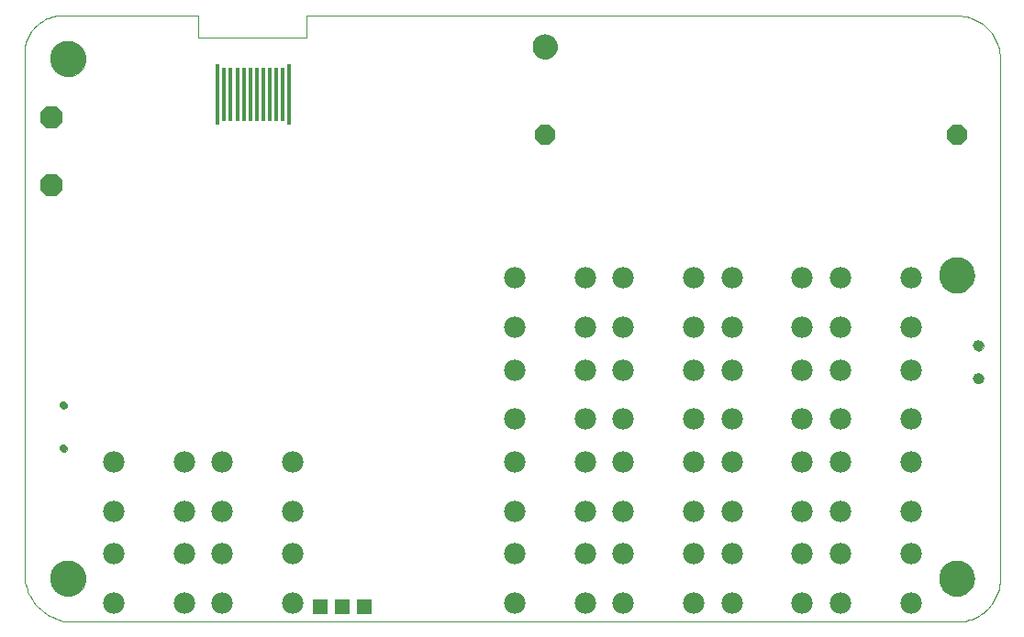
<source format=gbs>
G75*
G70*
%OFA0B0*%
%FSLAX24Y24*%
%IPPOS*%
%LPD*%
%AMOC8*
5,1,8,0,0,1.08239X$1,22.5*
%
%ADD10C,0.0000*%
%ADD11C,0.1300*%
%ADD12C,0.0780*%
%ADD13R,0.0138X0.2205*%
%ADD14R,0.0138X0.1930*%
%ADD15OC8,0.0749*%
%ADD16C,0.0906*%
%ADD17C,0.0394*%
%ADD18C,0.0276*%
%ADD19OC8,0.0808*%
%ADD20R,0.0571X0.0571*%
D10*
X002159Y000141D02*
X034443Y000141D01*
X034520Y000143D01*
X034597Y000149D01*
X034674Y000158D01*
X034750Y000171D01*
X034826Y000188D01*
X034900Y000209D01*
X034974Y000233D01*
X035046Y000261D01*
X035116Y000292D01*
X035185Y000327D01*
X035253Y000365D01*
X035318Y000406D01*
X035381Y000451D01*
X035442Y000499D01*
X035501Y000549D01*
X035557Y000602D01*
X035610Y000658D01*
X035660Y000717D01*
X035708Y000778D01*
X035753Y000841D01*
X035794Y000906D01*
X035832Y000974D01*
X035867Y001043D01*
X035898Y001113D01*
X035926Y001185D01*
X035950Y001259D01*
X035971Y001333D01*
X035988Y001409D01*
X036001Y001485D01*
X036010Y001562D01*
X036016Y001639D01*
X036018Y001716D01*
X036018Y020614D01*
X036016Y020691D01*
X036010Y020768D01*
X036001Y020845D01*
X035988Y020921D01*
X035971Y020997D01*
X035950Y021071D01*
X035926Y021145D01*
X035898Y021217D01*
X035867Y021287D01*
X035832Y021356D01*
X035794Y021424D01*
X035753Y021489D01*
X035708Y021552D01*
X035660Y021613D01*
X035610Y021672D01*
X035557Y021728D01*
X035501Y021781D01*
X035442Y021831D01*
X035381Y021879D01*
X035318Y021924D01*
X035253Y021965D01*
X035185Y022003D01*
X035116Y022038D01*
X035046Y022069D01*
X034974Y022097D01*
X034900Y022121D01*
X034826Y022142D01*
X034750Y022159D01*
X034674Y022172D01*
X034597Y022181D01*
X034520Y022187D01*
X034443Y022189D01*
X034443Y022188D02*
X010821Y022188D01*
X010821Y021401D01*
X006884Y021401D01*
X006884Y022188D01*
X002159Y022188D01*
X000585Y021007D02*
X000585Y002110D01*
X001529Y001716D02*
X001531Y001766D01*
X001537Y001816D01*
X001547Y001865D01*
X001561Y001913D01*
X001578Y001960D01*
X001599Y002005D01*
X001624Y002049D01*
X001652Y002090D01*
X001684Y002129D01*
X001718Y002166D01*
X001755Y002200D01*
X001795Y002230D01*
X001837Y002257D01*
X001881Y002281D01*
X001927Y002302D01*
X001974Y002318D01*
X002022Y002331D01*
X002072Y002340D01*
X002121Y002345D01*
X002172Y002346D01*
X002222Y002343D01*
X002271Y002336D01*
X002320Y002325D01*
X002368Y002310D01*
X002414Y002292D01*
X002459Y002270D01*
X002502Y002244D01*
X002543Y002215D01*
X002582Y002183D01*
X002618Y002148D01*
X002650Y002110D01*
X002680Y002070D01*
X002707Y002027D01*
X002730Y001983D01*
X002749Y001937D01*
X002765Y001889D01*
X002777Y001840D01*
X002785Y001791D01*
X002789Y001741D01*
X002789Y001691D01*
X002785Y001641D01*
X002777Y001592D01*
X002765Y001543D01*
X002749Y001495D01*
X002730Y001449D01*
X002707Y001405D01*
X002680Y001362D01*
X002650Y001322D01*
X002618Y001284D01*
X002582Y001249D01*
X002543Y001217D01*
X002502Y001188D01*
X002459Y001162D01*
X002414Y001140D01*
X002368Y001122D01*
X002320Y001107D01*
X002271Y001096D01*
X002222Y001089D01*
X002172Y001086D01*
X002121Y001087D01*
X002072Y001092D01*
X002022Y001101D01*
X001974Y001114D01*
X001927Y001130D01*
X001881Y001151D01*
X001837Y001175D01*
X001795Y001202D01*
X001755Y001232D01*
X001718Y001266D01*
X001684Y001303D01*
X001652Y001342D01*
X001624Y001383D01*
X001599Y001427D01*
X001578Y001472D01*
X001561Y001519D01*
X001547Y001567D01*
X001537Y001616D01*
X001531Y001666D01*
X001529Y001716D01*
X000584Y002110D02*
X000576Y002023D01*
X000573Y001935D01*
X000574Y001848D01*
X000580Y001760D01*
X000589Y001673D01*
X000603Y001587D01*
X000621Y001501D01*
X000643Y001417D01*
X000670Y001333D01*
X000700Y001251D01*
X000735Y001171D01*
X000773Y001092D01*
X000815Y001016D01*
X000861Y000941D01*
X000911Y000869D01*
X000964Y000799D01*
X001020Y000732D01*
X001080Y000668D01*
X001142Y000607D01*
X001208Y000549D01*
X001276Y000494D01*
X001347Y000443D01*
X001420Y000395D01*
X001496Y000351D01*
X001574Y000311D01*
X001653Y000274D01*
X001734Y000242D01*
X001817Y000213D01*
X001901Y000189D01*
X001986Y000169D01*
X002072Y000153D01*
X002159Y000141D01*
X001884Y006440D02*
X001886Y006461D01*
X001892Y006481D01*
X001901Y006501D01*
X001913Y006518D01*
X001928Y006532D01*
X001946Y006544D01*
X001966Y006552D01*
X001986Y006557D01*
X002007Y006558D01*
X002028Y006555D01*
X002048Y006549D01*
X002067Y006538D01*
X002084Y006525D01*
X002097Y006509D01*
X002108Y006491D01*
X002116Y006471D01*
X002120Y006451D01*
X002120Y006429D01*
X002116Y006409D01*
X002108Y006389D01*
X002097Y006371D01*
X002084Y006355D01*
X002067Y006342D01*
X002048Y006331D01*
X002028Y006325D01*
X002007Y006322D01*
X001986Y006323D01*
X001966Y006328D01*
X001946Y006336D01*
X001928Y006348D01*
X001913Y006362D01*
X001901Y006379D01*
X001892Y006399D01*
X001886Y006419D01*
X001884Y006440D01*
X001884Y008015D02*
X001886Y008036D01*
X001892Y008056D01*
X001901Y008076D01*
X001913Y008093D01*
X001928Y008107D01*
X001946Y008119D01*
X001966Y008127D01*
X001986Y008132D01*
X002007Y008133D01*
X002028Y008130D01*
X002048Y008124D01*
X002067Y008113D01*
X002084Y008100D01*
X002097Y008084D01*
X002108Y008066D01*
X002116Y008046D01*
X002120Y008026D01*
X002120Y008004D01*
X002116Y007984D01*
X002108Y007964D01*
X002097Y007946D01*
X002084Y007930D01*
X002067Y007917D01*
X002048Y007906D01*
X002028Y007900D01*
X002007Y007897D01*
X001986Y007898D01*
X001966Y007903D01*
X001946Y007911D01*
X001928Y007923D01*
X001913Y007937D01*
X001901Y007954D01*
X001892Y007974D01*
X001886Y007994D01*
X001884Y008015D01*
X001529Y020614D02*
X001531Y020664D01*
X001537Y020714D01*
X001547Y020763D01*
X001561Y020811D01*
X001578Y020858D01*
X001599Y020903D01*
X001624Y020947D01*
X001652Y020988D01*
X001684Y021027D01*
X001718Y021064D01*
X001755Y021098D01*
X001795Y021128D01*
X001837Y021155D01*
X001881Y021179D01*
X001927Y021200D01*
X001974Y021216D01*
X002022Y021229D01*
X002072Y021238D01*
X002121Y021243D01*
X002172Y021244D01*
X002222Y021241D01*
X002271Y021234D01*
X002320Y021223D01*
X002368Y021208D01*
X002414Y021190D01*
X002459Y021168D01*
X002502Y021142D01*
X002543Y021113D01*
X002582Y021081D01*
X002618Y021046D01*
X002650Y021008D01*
X002680Y020968D01*
X002707Y020925D01*
X002730Y020881D01*
X002749Y020835D01*
X002765Y020787D01*
X002777Y020738D01*
X002785Y020689D01*
X002789Y020639D01*
X002789Y020589D01*
X002785Y020539D01*
X002777Y020490D01*
X002765Y020441D01*
X002749Y020393D01*
X002730Y020347D01*
X002707Y020303D01*
X002680Y020260D01*
X002650Y020220D01*
X002618Y020182D01*
X002582Y020147D01*
X002543Y020115D01*
X002502Y020086D01*
X002459Y020060D01*
X002414Y020038D01*
X002368Y020020D01*
X002320Y020005D01*
X002271Y019994D01*
X002222Y019987D01*
X002172Y019984D01*
X002121Y019985D01*
X002072Y019990D01*
X002022Y019999D01*
X001974Y020012D01*
X001927Y020028D01*
X001881Y020049D01*
X001837Y020073D01*
X001795Y020100D01*
X001755Y020130D01*
X001718Y020164D01*
X001684Y020201D01*
X001652Y020240D01*
X001624Y020281D01*
X001599Y020325D01*
X001578Y020370D01*
X001561Y020417D01*
X001547Y020465D01*
X001537Y020514D01*
X001531Y020564D01*
X001529Y020614D01*
X000585Y021007D02*
X000597Y021079D01*
X000613Y021150D01*
X000633Y021220D01*
X000656Y021289D01*
X000683Y021357D01*
X000713Y021423D01*
X000747Y021488D01*
X000784Y021550D01*
X000825Y021611D01*
X000868Y021669D01*
X000915Y021726D01*
X000964Y021779D01*
X001016Y021830D01*
X001071Y021878D01*
X001128Y021924D01*
X001187Y021966D01*
X001249Y022005D01*
X001312Y022041D01*
X001378Y022073D01*
X001444Y022102D01*
X001513Y022127D01*
X001582Y022149D01*
X001653Y022167D01*
X001724Y022181D01*
X001796Y022192D01*
X001869Y022199D01*
X001942Y022202D01*
X002015Y022201D01*
X002087Y022196D01*
X002160Y022188D01*
X019049Y021058D02*
X019051Y021099D01*
X019057Y021140D01*
X019067Y021180D01*
X019080Y021219D01*
X019097Y021256D01*
X019118Y021292D01*
X019142Y021326D01*
X019169Y021357D01*
X019198Y021385D01*
X019231Y021411D01*
X019265Y021433D01*
X019302Y021452D01*
X019340Y021467D01*
X019380Y021479D01*
X019420Y021487D01*
X019461Y021491D01*
X019503Y021491D01*
X019544Y021487D01*
X019584Y021479D01*
X019624Y021467D01*
X019662Y021452D01*
X019698Y021433D01*
X019733Y021411D01*
X019766Y021385D01*
X019795Y021357D01*
X019822Y021326D01*
X019846Y021292D01*
X019867Y021256D01*
X019884Y021219D01*
X019897Y021180D01*
X019907Y021140D01*
X019913Y021099D01*
X019915Y021058D01*
X019913Y021017D01*
X019907Y020976D01*
X019897Y020936D01*
X019884Y020897D01*
X019867Y020860D01*
X019846Y020824D01*
X019822Y020790D01*
X019795Y020759D01*
X019766Y020731D01*
X019733Y020705D01*
X019699Y020683D01*
X019662Y020664D01*
X019624Y020649D01*
X019584Y020637D01*
X019544Y020629D01*
X019503Y020625D01*
X019461Y020625D01*
X019420Y020629D01*
X019380Y020637D01*
X019340Y020649D01*
X019302Y020664D01*
X019266Y020683D01*
X019231Y020705D01*
X019198Y020731D01*
X019169Y020759D01*
X019142Y020790D01*
X019118Y020824D01*
X019097Y020860D01*
X019080Y020897D01*
X019067Y020936D01*
X019057Y020976D01*
X019051Y021017D01*
X019049Y021058D01*
X033813Y012740D02*
X033815Y012790D01*
X033821Y012840D01*
X033831Y012889D01*
X033845Y012937D01*
X033862Y012984D01*
X033883Y013029D01*
X033908Y013073D01*
X033936Y013114D01*
X033968Y013153D01*
X034002Y013190D01*
X034039Y013224D01*
X034079Y013254D01*
X034121Y013281D01*
X034165Y013305D01*
X034211Y013326D01*
X034258Y013342D01*
X034306Y013355D01*
X034356Y013364D01*
X034405Y013369D01*
X034456Y013370D01*
X034506Y013367D01*
X034555Y013360D01*
X034604Y013349D01*
X034652Y013334D01*
X034698Y013316D01*
X034743Y013294D01*
X034786Y013268D01*
X034827Y013239D01*
X034866Y013207D01*
X034902Y013172D01*
X034934Y013134D01*
X034964Y013094D01*
X034991Y013051D01*
X035014Y013007D01*
X035033Y012961D01*
X035049Y012913D01*
X035061Y012864D01*
X035069Y012815D01*
X035073Y012765D01*
X035073Y012715D01*
X035069Y012665D01*
X035061Y012616D01*
X035049Y012567D01*
X035033Y012519D01*
X035014Y012473D01*
X034991Y012429D01*
X034964Y012386D01*
X034934Y012346D01*
X034902Y012308D01*
X034866Y012273D01*
X034827Y012241D01*
X034786Y012212D01*
X034743Y012186D01*
X034698Y012164D01*
X034652Y012146D01*
X034604Y012131D01*
X034555Y012120D01*
X034506Y012113D01*
X034456Y012110D01*
X034405Y012111D01*
X034356Y012116D01*
X034306Y012125D01*
X034258Y012138D01*
X034211Y012154D01*
X034165Y012175D01*
X034121Y012199D01*
X034079Y012226D01*
X034039Y012256D01*
X034002Y012290D01*
X033968Y012327D01*
X033936Y012366D01*
X033908Y012407D01*
X033883Y012451D01*
X033862Y012496D01*
X033845Y012543D01*
X033831Y012591D01*
X033821Y012640D01*
X033815Y012690D01*
X033813Y012740D01*
X035053Y010180D02*
X035055Y010206D01*
X035061Y010232D01*
X035071Y010257D01*
X035084Y010280D01*
X035100Y010300D01*
X035120Y010318D01*
X035142Y010333D01*
X035165Y010345D01*
X035191Y010353D01*
X035217Y010357D01*
X035243Y010357D01*
X035269Y010353D01*
X035295Y010345D01*
X035319Y010333D01*
X035340Y010318D01*
X035360Y010300D01*
X035376Y010280D01*
X035389Y010257D01*
X035399Y010232D01*
X035405Y010206D01*
X035407Y010180D01*
X035405Y010154D01*
X035399Y010128D01*
X035389Y010103D01*
X035376Y010080D01*
X035360Y010060D01*
X035340Y010042D01*
X035318Y010027D01*
X035295Y010015D01*
X035269Y010007D01*
X035243Y010003D01*
X035217Y010003D01*
X035191Y010007D01*
X035165Y010015D01*
X035141Y010027D01*
X035120Y010042D01*
X035100Y010060D01*
X035084Y010080D01*
X035071Y010103D01*
X035061Y010128D01*
X035055Y010154D01*
X035053Y010180D01*
X035053Y008999D02*
X035055Y009025D01*
X035061Y009051D01*
X035071Y009076D01*
X035084Y009099D01*
X035100Y009119D01*
X035120Y009137D01*
X035142Y009152D01*
X035165Y009164D01*
X035191Y009172D01*
X035217Y009176D01*
X035243Y009176D01*
X035269Y009172D01*
X035295Y009164D01*
X035319Y009152D01*
X035340Y009137D01*
X035360Y009119D01*
X035376Y009099D01*
X035389Y009076D01*
X035399Y009051D01*
X035405Y009025D01*
X035407Y008999D01*
X035405Y008973D01*
X035399Y008947D01*
X035389Y008922D01*
X035376Y008899D01*
X035360Y008879D01*
X035340Y008861D01*
X035318Y008846D01*
X035295Y008834D01*
X035269Y008826D01*
X035243Y008822D01*
X035217Y008822D01*
X035191Y008826D01*
X035165Y008834D01*
X035141Y008846D01*
X035120Y008861D01*
X035100Y008879D01*
X035084Y008899D01*
X035071Y008922D01*
X035061Y008947D01*
X035055Y008973D01*
X035053Y008999D01*
X033813Y001716D02*
X033815Y001766D01*
X033821Y001816D01*
X033831Y001865D01*
X033845Y001913D01*
X033862Y001960D01*
X033883Y002005D01*
X033908Y002049D01*
X033936Y002090D01*
X033968Y002129D01*
X034002Y002166D01*
X034039Y002200D01*
X034079Y002230D01*
X034121Y002257D01*
X034165Y002281D01*
X034211Y002302D01*
X034258Y002318D01*
X034306Y002331D01*
X034356Y002340D01*
X034405Y002345D01*
X034456Y002346D01*
X034506Y002343D01*
X034555Y002336D01*
X034604Y002325D01*
X034652Y002310D01*
X034698Y002292D01*
X034743Y002270D01*
X034786Y002244D01*
X034827Y002215D01*
X034866Y002183D01*
X034902Y002148D01*
X034934Y002110D01*
X034964Y002070D01*
X034991Y002027D01*
X035014Y001983D01*
X035033Y001937D01*
X035049Y001889D01*
X035061Y001840D01*
X035069Y001791D01*
X035073Y001741D01*
X035073Y001691D01*
X035069Y001641D01*
X035061Y001592D01*
X035049Y001543D01*
X035033Y001495D01*
X035014Y001449D01*
X034991Y001405D01*
X034964Y001362D01*
X034934Y001322D01*
X034902Y001284D01*
X034866Y001249D01*
X034827Y001217D01*
X034786Y001188D01*
X034743Y001162D01*
X034698Y001140D01*
X034652Y001122D01*
X034604Y001107D01*
X034555Y001096D01*
X034506Y001089D01*
X034456Y001086D01*
X034405Y001087D01*
X034356Y001092D01*
X034306Y001101D01*
X034258Y001114D01*
X034211Y001130D01*
X034165Y001151D01*
X034121Y001175D01*
X034079Y001202D01*
X034039Y001232D01*
X034002Y001266D01*
X033968Y001303D01*
X033936Y001342D01*
X033908Y001383D01*
X033883Y001427D01*
X033862Y001472D01*
X033845Y001519D01*
X033831Y001567D01*
X033821Y001616D01*
X033815Y001666D01*
X033813Y001716D01*
D11*
X034443Y001716D03*
X034443Y012740D03*
X002159Y020614D03*
X002159Y001716D03*
D12*
X003832Y002606D03*
X003832Y004172D03*
X006392Y004172D03*
X007769Y004172D03*
X007769Y002606D03*
X006392Y002606D03*
X006392Y000826D03*
X007769Y000826D03*
X010329Y000826D03*
X010329Y002606D03*
X010329Y004172D03*
X010329Y005952D03*
X007769Y005952D03*
X006392Y005952D03*
X003832Y005952D03*
X003832Y000826D03*
X018399Y000826D03*
X020959Y000826D03*
X022336Y000826D03*
X024896Y000826D03*
X026273Y000826D03*
X028833Y000826D03*
X030210Y000826D03*
X032770Y000826D03*
X032770Y002606D03*
X032770Y004172D03*
X030210Y004172D03*
X028833Y004172D03*
X028833Y002606D03*
X030210Y002606D03*
X026273Y002606D03*
X024896Y002606D03*
X024896Y004172D03*
X026273Y004172D03*
X026273Y005952D03*
X024896Y005952D03*
X024896Y007519D03*
X026273Y007519D03*
X028833Y007519D03*
X030210Y007519D03*
X030210Y005952D03*
X028833Y005952D03*
X032770Y005952D03*
X032770Y007519D03*
X032770Y009299D03*
X032770Y010865D03*
X030210Y010865D03*
X028833Y010865D03*
X028833Y009299D03*
X030210Y009299D03*
X026273Y009299D03*
X024896Y009299D03*
X024896Y010865D03*
X026273Y010865D03*
X026273Y012645D03*
X024896Y012645D03*
X022336Y012645D03*
X020959Y012645D03*
X018399Y012645D03*
X018399Y010865D03*
X018399Y009299D03*
X020959Y009299D03*
X022336Y009299D03*
X022336Y010865D03*
X020959Y010865D03*
X020959Y007519D03*
X022336Y007519D03*
X022336Y005952D03*
X020959Y005952D03*
X018399Y005952D03*
X018399Y007519D03*
X018399Y004172D03*
X018399Y002606D03*
X020959Y002606D03*
X022336Y002606D03*
X022336Y004172D03*
X020959Y004172D03*
X028833Y012645D03*
X030210Y012645D03*
X032770Y012645D03*
D13*
X010195Y019306D03*
X007596Y019306D03*
D14*
X007833Y019306D03*
X008069Y019306D03*
X008305Y019306D03*
X008541Y019306D03*
X008777Y019306D03*
X009014Y019306D03*
X009250Y019306D03*
X009486Y019306D03*
X009722Y019306D03*
X009959Y019306D03*
D15*
X019482Y017858D03*
X034443Y017858D03*
D16*
X019482Y021058D03*
D17*
X035230Y010180D03*
X035230Y008999D03*
D18*
X002002Y008015D03*
X002002Y006440D03*
D19*
X001545Y016015D03*
X001545Y018495D03*
D20*
X011305Y000701D03*
X012105Y000701D03*
X012905Y000701D03*
M02*

</source>
